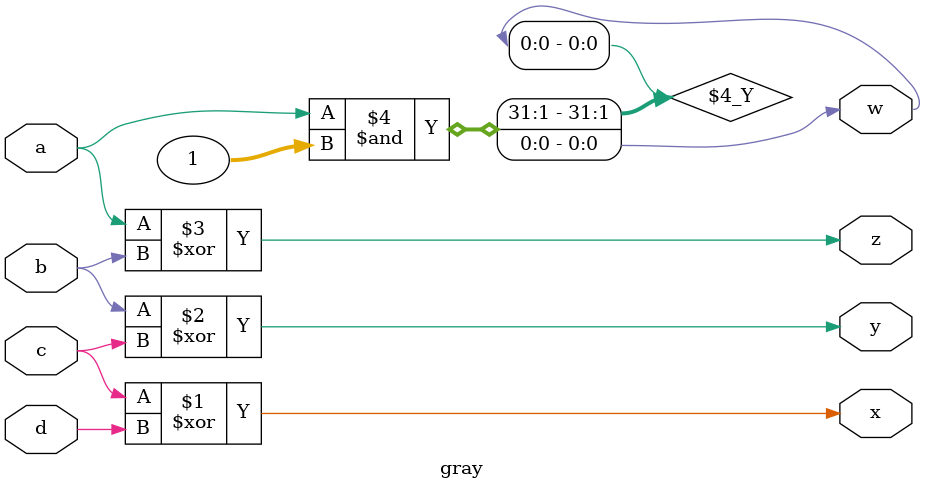
<source format=v>
module gray(a,b,c,d,w,x,y,z);
	input a,b,c,d;
	output w,x,y,z;
	
	xor x1(x,c,d);
	xor x2(y,b,c);
	xor x3(z,a,b);
	and x4(w,a,1);

endmodule
	
	

</source>
